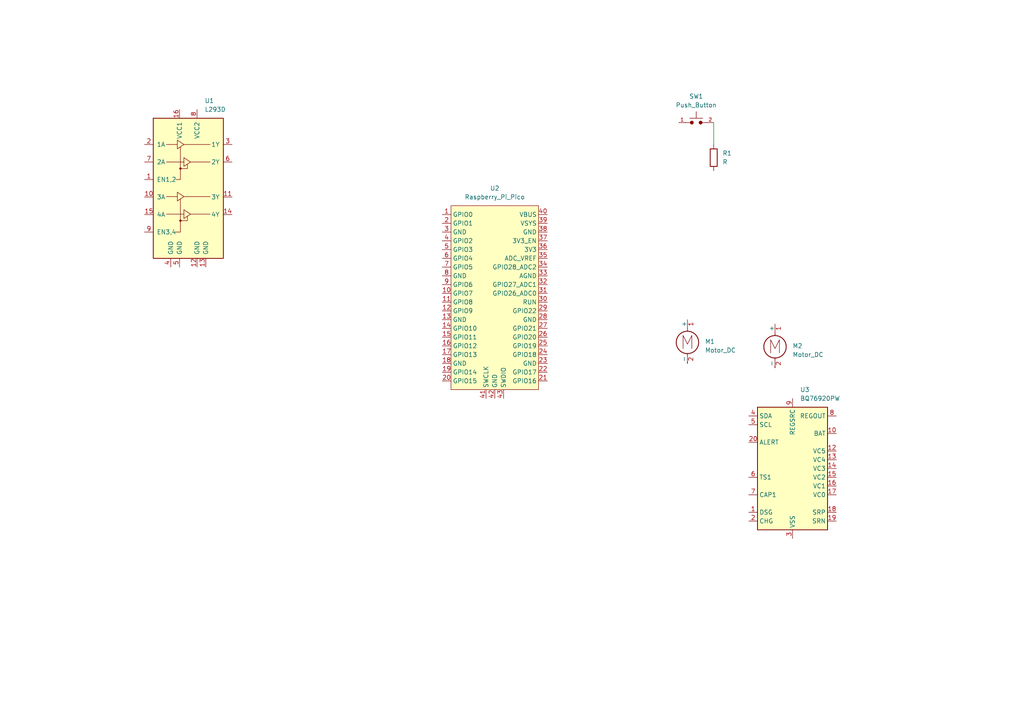
<source format=kicad_sch>
(kicad_sch (version 20231120) (generator "eeschema") (generator_version "8.0")
  (paper "A4")
  (lib_symbols
    (symbol "Battery_Management:BQ76920PW"
      (property "Reference" "U" (at -10.16 19.05 0))
      (property "Value" "BQ76920PW" (at 12.7 19.05 0))
      (symbol "BQ76920PW_0_1"
        (rectangle (start -10.16 17.78) (end 10.16 -17.78) (stroke (width 0.254)) (fill (type background)))
      )
      (symbol "BQ76920PW_1_0"
        (pin input line (at 12.7 10.16 180) (length 2.54) (name "BAT") (number "10"))
        (pin no_connect line (at -2.54 -17.78 90) (length 2.54) hide (name "NC") (number "11"))
        (pin input line (at 12.7 5.08 180) (length 2.54) (name "VC5") (number "12"))
        (pin input line (at 12.7 2.54 180) (length 2.54) (name "VC4") (number "13"))
        (pin input line (at 12.7 0 180) (length 2.54) (name "VC3") (number "14"))
        (pin input line (at 12.7 -2.54 180) (length 2.54) (name "VC2") (number "15"))
        (pin input line (at 12.7 -5.08 180) (length 2.54) (name "VC1") (number "16"))
        (pin input line (at 12.7 -7.62 180) (length 2.54) (name "VC0") (number "17"))
        (pin input line (at 12.7 -12.7 180) (length 2.54) (name "SRP") (number "18"))
        (pin input line (at 12.7 -15.24 180) (length 2.54) (name "SRN") (number "19"))
        (pin bidirectional line (at -12.7 7.62 0) (length 2.54) (name "ALERT") (number "20"))
        (pin passive line (at -12.7 -2.54 0) (length 2.54) (name "TS1") (number "6"))
        (pin passive line (at -12.7 -7.62 0) (length 2.54) (name "CAP1") (number "7"))
        (pin power_out line (at 12.7 15.24 180) (length 2.54) (name "REGOUT") (number "8"))
        (pin power_in line (at 0 20.32 270) (length 2.54) (name "REGSRC") (number "9"))
      )
      (symbol "BQ76920PW_1_1"
        (pin output line (at -12.7 -12.7 0) (length 2.54) (name "DSG") (number "1"))
        (pin output line (at -12.7 -15.24 0) (length 2.54) (name "CHG") (number "2"))
        (pin power_in line (at 0 -20.32 90) (length 2.54) (name "VSS") (number "3"))
        (pin bidirectional line (at -12.7 15.24 0) (length 2.54) (name "SDA") (number "4"))
        (pin input line (at -12.7 12.7 0) (length 2.54) (name "SCL") (number "5"))
      )
    )
    (symbol "Device:R" (pin_numbers hide) (pin_names (offset 0))
      (property "Reference" "R" (at 2.032 0 90))
      (property "Value" "R" (at 0 0 90))
      (symbol "R_0_1"
        (rectangle (start -1.016 -2.54) (end 1.016 2.54) (stroke (width 0.254)))
      )
      (symbol "R_1_1"
        (pin passive line (at 0 3.81 270) (length 1.27) (name "~") (number "1"))
        (pin passive line (at 0 -3.81 90) (length 1.27) (name "~") (number "2"))
      )
    )
    (symbol "Driver_Motor:L293D" (pin_names (offset 1.016))
      (property "Reference" "U" (at -5.08 26.035 0))
      (property "Value" "L293D" (at -5.08 24.13 0))
      (symbol "L293D_0_1"
        (rectangle (start -10.16 22.86) (end 10.16 -17.78) (stroke (width 0.254)) (fill (type background)))
        (circle (center -2.286 -6.858) (radius 0.254) (fill (type outline)))
        (circle (center -2.286 8.255) (radius 0.254) (fill (type outline)))
        (polyline (pts (xy -6.35 -4.953) (xy -1.27 -4.953)))
        (polyline (pts (xy -6.35 0.127) (xy -3.175 0.127)))
        (polyline (pts (xy -6.35 10.16) (xy -1.27 10.16)))
        (polyline (pts (xy -6.35 15.24) (xy -3.175 15.24)))
        (polyline (pts (xy -1.27 0.127) (xy 6.35 0.127)))
        (polyline (pts (xy -1.27 15.24) (xy 6.35 15.24)))
        (polyline (pts (xy 0.635 -4.953) (xy 6.35 -4.953)))
        (polyline (pts (xy 0.635 10.16) (xy 6.35 10.16)))
        (polyline (pts (xy -2.286 -6.858) (xy -0.254 -6.858) (xy -0.254 -5.588)))
        (polyline (pts (xy -2.286 -0.635) (xy -2.286 -10.16) (xy -3.556 -10.16)))
        (polyline (pts (xy -2.286 8.255) (xy -0.254 8.255) (xy -0.254 9.525)))
        (polyline (pts (xy -2.286 14.478) (xy -2.286 5.08) (xy -3.556 5.08)))
        (polyline (pts (xy -3.175 1.397) (xy -3.175 -1.143) (xy -1.27 0.127) (xy -3.175 1.397)))
        (polyline (pts (xy -3.175 16.51) (xy -3.175 13.97) (xy -1.27 15.24) (xy -3.175 16.51)))
        (polyline (pts (xy -1.27 -3.683) (xy -1.27 -6.223) (xy 0.635 -4.953) (xy -1.27 -3.683)))
        (polyline (pts (xy -1.27 11.43) (xy -1.27 8.89) (xy 0.635 10.16) (xy -1.27 11.43)))
      )
      (symbol "L293D_1_1"
        (pin input line (at -12.7 5.08 0) (length 2.54) (name "EN1,2") (number "1"))
        (pin input line (at -12.7 0 0) (length 2.54) (name "3A") (number "10"))
        (pin output line (at 12.7 0 180) (length 2.54) (name "3Y") (number "11"))
        (pin power_in line (at 2.54 -20.32 90) (length 2.54) (name "GND") (number "12"))
        (pin power_in line (at 5.08 -20.32 90) (length 2.54) (name "GND") (number "13"))
        (pin output line (at 12.7 -5.08 180) (length 2.54) (name "4Y") (number "14"))
        (pin input line (at -12.7 -5.08 0) (length 2.54) (name "4A") (number "15"))
        (pin power_in line (at -2.54 25.4 270) (length 2.54) (name "VCC1") (number "16"))
        (pin input line (at -12.7 15.24 0) (length 2.54) (name "1A") (number "2"))
        (pin output line (at 12.7 15.24 180) (length 2.54) (name "1Y") (number "3"))
        (pin power_in line (at -5.08 -20.32 90) (length 2.54) (name "GND") (number "4"))
        (pin power_in line (at -2.54 -20.32 90) (length 2.54) (name "GND") (number "5"))
        (pin output line (at 12.7 10.16 180) (length 2.54) (name "2Y") (number "6"))
        (pin input line (at -12.7 10.16 0) (length 2.54) (name "2A") (number "7"))
        (pin power_in line (at 2.54 25.4 270) (length 2.54) (name "VCC2") (number "8"))
        (pin input line (at -12.7 -10.16 0) (length 2.54) (name "EN3,4") (number "9"))
      )
    )
    (symbol "Motor:Motor_DC" (pin_names (offset 0))
      (property "Reference" "M" (at 2.54 2.54 0))
      (property "Value" "Motor_DC" (at 2.54 -5.08 0))
      (symbol "Motor_DC_0_0"
        (polyline (pts (xy -1.27 -3.302) (xy -1.27 0.508) (xy 0 -2.032) (xy 1.27 0.508) (xy 1.27 -3.302)))
      )
      (symbol "Motor_DC_0_1"
        (circle (center 0 -1.524) (radius 3.2512) (stroke (width 0.254)))
        (polyline (pts (xy 0 -7.62) (xy 0 -7.112)))
        (polyline (pts (xy 0 -4.7752) (xy 0 -5.1816)))
        (polyline (pts (xy 0 1.7272) (xy 0 2.0828)))
        (polyline (pts (xy 0 2.032) (xy 0 2.54)))
      )
      (symbol "Motor_DC_1_1"
        (pin passive line (at 0 5.08 270) (length 2.54) (name "+") (number "1"))
        (pin passive line (at 0 -7.62 90) (length 2.54) (name "-") (number "2"))
      )
    )
    (symbol "PCM_SL_Devices:Push_Button"
      (property "Reference" "SW" (at 0 6.35 0))
      (property "Value" "Push_Button" (at 0 4.445 0))
      (symbol "Push_Button_0_1"
        (circle (center -1.27 0) (radius 0.4579) (fill (type outline)))
        (polyline (pts (xy -3.175 0) (xy -1.778 0)))
        (polyline (pts (xy -1.905 1.27) (xy 1.905 1.27)))
        (polyline (pts (xy 0 1.27) (xy 0 3.175)))
        (polyline (pts (xy 1.778 0) (xy 3.175 0)))
        (circle (center 1.27 0) (radius 0.4579) (fill (type outline)))
      )
      (symbol "Push_Button_1_1"
        (pin passive line (at -5.08 0 0) (length 2) (name "") (number "1"))
        (pin passive line (at 5.08 0 180) (length 2) (name "") (number "2"))
      )
    )
    (symbol "ScottoKeebs:MCU_Raspberry_Pi_Pico"
      (property "Reference" "U" (at 0 0 0))
      (property "Value" "Raspberry_Pi_Pico" (at 0 27.94 0))
      (symbol "MCU_Raspberry_Pi_Pico_0_1"
        (rectangle (start -12.7 26.67) (end 12.7 -26.67) (fill (type background)))
      )
      (symbol "MCU_Raspberry_Pi_Pico_1_1"
        (pin bidirectional line (at -15.24 24.13 0) (length 2.54) (name "GPIO0") (number "1"))
        (pin bidirectional line (at -15.24 1.27 0) (length 2.54) (name "GPIO7") (number "10"))
        (pin bidirectional line (at -15.24 -1.27 0) (length 2.54) (name "GPIO8") (number "11"))
        (pin bidirectional line (at -15.24 -3.81 0) (length 2.54) (name "GPIO9") (number "12"))
        (pin power_in line (at -15.24 -6.35 0) (length 2.54) (name "GND") (number "13"))
        (pin bidirectional line (at -15.24 -8.89 0) (length 2.54) (name "GPIO10") (number "14"))
        (pin bidirectional line (at -15.24 -11.43 0) (length 2.54) (name "GPIO11") (number "15"))
        (pin bidirectional line (at -15.24 -13.97 0) (length 2.54) (name "GPIO12") (number "16"))
        (pin bidirectional line (at -15.24 -16.51 0) (length 2.54) (name "GPIO13") (number "17"))
        (pin power_in line (at -15.24 -19.05 0) (length 2.54) (name "GND") (number "18"))
        (pin bidirectional line (at -15.24 -21.59 0) (length 2.54) (name "GPIO14") (number "19"))
        (pin bidirectional line (at -15.24 21.59 0) (length 2.54) (name "GPIO1") (number "2"))
        (pin bidirectional line (at -15.24 -24.13 0) (length 2.54) (name "GPIO15") (number "20"))
        (pin bidirectional line (at 15.24 -24.13 180) (length 2.54) (name "GPIO16") (number "21"))
        (pin bidirectional line (at 15.24 -21.59 180) (length 2.54) (name "GPIO17") (number "22"))
        (pin power_in line (at 15.24 -19.05 180) (length 2.54) (name "GND") (number "23"))
        (pin bidirectional line (at 15.24 -16.51 180) (length 2.54) (name "GPIO18") (number "24"))
        (pin bidirectional line (at 15.24 -13.97 180) (length 2.54) (name "GPIO19") (number "25"))
        (pin bidirectional line (at 15.24 -11.43 180) (length 2.54) (name "GPIO20") (number "26"))
        (pin bidirectional line (at 15.24 -8.89 180) (length 2.54) (name "GPIO21") (number "27"))
        (pin power_in line (at 15.24 -6.35 180) (length 2.54) (name "GND") (number "28"))
        (pin bidirectional line (at 15.24 -3.81 180) (length 2.54) (name "GPIO22") (number "29"))
        (pin power_in line (at -15.24 19.05 0) (length 2.54) (name "GND") (number "3"))
        (pin input line (at 15.24 -1.27 180) (length 2.54) (name "RUN") (number "30"))
        (pin bidirectional line (at 15.24 1.27 180) (length 2.54) (name "GPIO26_ADC0") (number "31"))
        (pin bidirectional line (at 15.24 3.81 180) (length 2.54) (name "GPIO27_ADC1") (number "32"))
        (pin power_in line (at 15.24 6.35 180) (length 2.54) (name "AGND") (number "33"))
        (pin bidirectional line (at 15.24 8.89 180) (length 2.54) (name "GPIO28_ADC2") (number "34"))
        (pin power_in line (at 15.24 11.43 180) (length 2.54) (name "ADC_VREF") (number "35"))
        (pin power_in line (at 15.24 13.97 180) (length 2.54) (name "3V3") (number "36"))
        (pin input line (at 15.24 16.51 180) (length 2.54) (name "3V3_EN") (number "37"))
        (pin bidirectional line (at 15.24 19.05 180) (length 2.54) (name "GND") (number "38"))
        (pin power_in line (at 15.24 21.59 180) (length 2.54) (name "VSYS") (number "39"))
        (pin bidirectional line (at -15.24 16.51 0) (length 2.54) (name "GPIO2") (number "4"))
        (pin power_in line (at 15.24 24.13 180) (length 2.54) (name "VBUS") (number "40"))
        (pin input line (at -2.54 -29.21 90) (length 2.54) (name "SWCLK") (number "41"))
        (pin power_in line (at 0 -29.21 90) (length 2.54) (name "GND") (number "42"))
        (pin bidirectional line (at 2.54 -29.21 90) (length 2.54) (name "SWDIO") (number "43"))
        (pin bidirectional line (at -15.24 13.97 0) (length 2.54) (name "GPIO3") (number "5"))
        (pin bidirectional line (at -15.24 11.43 0) (length 2.54) (name "GPIO4") (number "6"))
        (pin bidirectional line (at -15.24 8.89 0) (length 2.54) (name "GPIO5") (number "7"))
        (pin power_in line (at -15.24 6.35 0) (length 2.54) (name "GND") (number "8"))
        (pin bidirectional line (at -15.24 3.81 0) (length 2.54) (name "GPIO6") (number "9"))
      )
    )
  )
  (wire (pts (xy 207.01 35.56) (xy 207.01 41.91)))
  (symbol (lib_id "ScottoKeebs:MCU_Raspberry_Pi_Pico") (at 143.51 86.36 0) (unit 1)
    (property "Reference" "U2" (at 143.51 54.61 0))
    (property "Value" "Raspberry_Pi_Pico" (at 143.51 57.15 0))
    (property "Footprint" "ScottoKeebs_MCU:Raspberry_Pi_Pico" (effects (hide yes)))
  )
  (symbol (lib_id "Motor:Motor_DC") (at 224.79 99.06 0) (unit 1)
    (property "Reference" "M2" (at 229.87 100.3299 0) (effects (justify left)))
    (property "Value" "Motor_DC" (at 229.87 102.8699 0) (effects (justify left)))
    (property "Description" "DC Motor" (effects (hide yes)))
  )
  (symbol (lib_id "PCM_SL_Devices:Push_Button") (at 201.93 35.56 0) (unit 1)
    (property "Reference" "SW1" (at 201.93 27.94 0))
    (property "Value" "Push_Button" (at 201.93 30.48 0))
    (property "Footprint" "Button_Switch_THT:SW_PUSH_6mm" (effects (hide yes)))
    (property "Description" "Common 6mmx6mm Push Button" (effects (hide yes)))
  )
  (symbol (lib_id "Driver_Motor:L293D") (at 54.61 57.15 0) (unit 1)
    (property "Reference" "U1" (at 59.3441 29.21 0) (effects (justify left)))
    (property "Value" "L293D" (at 59.3441 31.75 0) (effects (justify left)))
    (property "Footprint" "Package_DIP:DIP-16_W7.62mm" (effects (hide yes)))
    (property "Datasheet" "http://www.ti.com/lit/ds/symlink/l293.pdf" (effects (hide yes)))
    (property "Description" "Quadruple Half-H Drivers" (effects (hide yes)))
  )
  (symbol (lib_id "Motor:Motor_DC") (at 199.39 97.79 0) (unit 1)
    (property "Reference" "M1" (at 204.47 99.0599 0) (effects (justify left)))
    (property "Value" "Motor_DC" (at 204.47 101.5999 0) (effects (justify left)))
    (property "Description" "DC Motor" (effects (hide yes)))
  )
  (symbol (lib_id "Battery_Management:BQ76920PW") (at 229.87 135.89 0) (unit 1)
    (property "Reference" "U3" (at 232.0641 113.03 0) (effects (justify left)))
    (property "Value" "BQ76920PW" (at 232.0641 115.57 0) (effects (justify left)))
    (property "Footprint" "Package_SO:TSSOP-20_4.4x6.5mm_P0.65mm" (effects (hide yes)))
    (property "Datasheet" "http://www.ti.com/lit/ds/symlink/bq76920.pdf" (effects (hide yes)))
    (property "Description" "Lithium battery monitor, 3-5 cells, integrated balancing, I2C interface, TSSOP-20" (effects (hide yes)))
  )
  (symbol (lib_id "Device:R") (at 207.01 45.72 0) (unit 1)
    (property "Reference" "R1" (at 209.55 44.4499 0) (effects (justify left)))
    (property "Value" "R" (at 209.55 46.9899 0) (effects (justify left)))
    (property "Description" "Resistor" (effects (hide yes)))
  )
)
</source>
